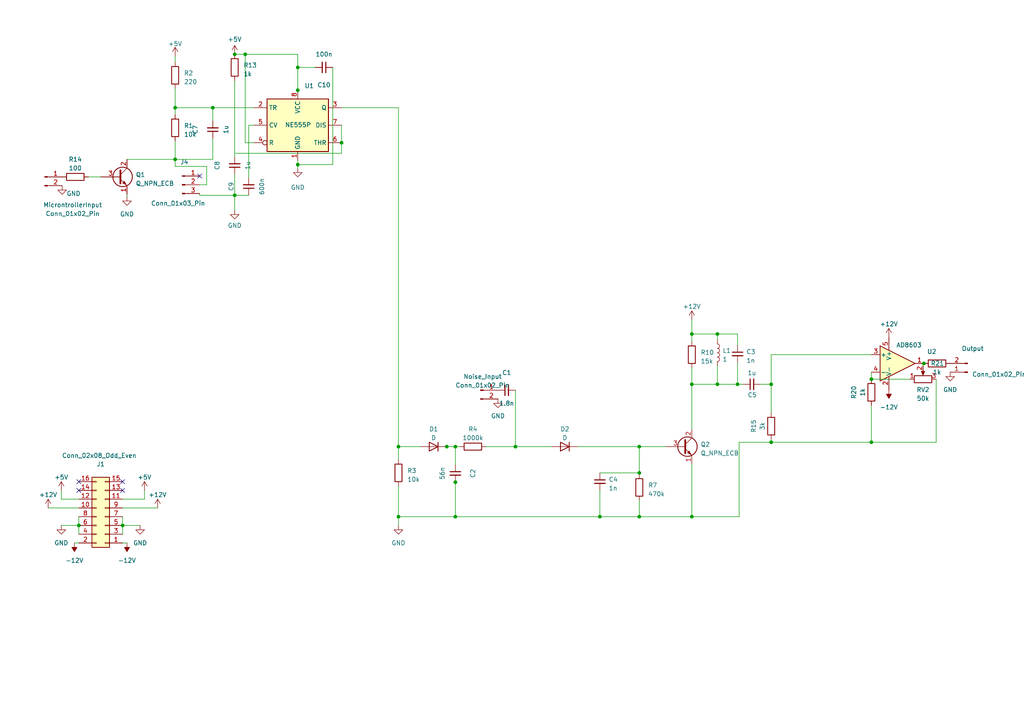
<source format=kicad_sch>
(kicad_sch (version 20230121) (generator eeschema)
  (paper "A4")
  (lib_symbols
    (symbol "Amplifier_Operational:AD8603" (pin_names (offset 0.127))
      (property "Reference" "U" (at 0 5.08 0))
      (property "Value" "AD8603" (at 0 -5.08 0))
      (symbol "AD8603_0_1"
        (polyline (pts (xy -5.08 5.08) (xy 5.08 0) (xy -5.08 -5.08) (xy -5.08 5.08)) (stroke (width 0.254)) (fill (type background)))
        (pin power_in line (at -2.54 -7.62 90) (length 3.81) (name "V-") (number "2"))
        (pin power_in line (at -2.54 7.62 270) (length 3.81) (name "V+") (number "5"))
      )
      (symbol "AD8603_1_1"
        (pin output line (at 7.62 0 180) (length 2.54) (name "~") (number "1"))
        (pin input line (at -7.62 2.54 0) (length 2.54) (name "+") (number "3"))
        (pin input line (at -7.62 -2.54 0) (length 2.54) (name "-") (number "4"))
      )
    )
    (symbol "Connector:Conn_01x02_Pin" (pin_names (offset 1.016) hide)
      (property "Reference" "J" (at 0 2.54 0))
      (property "Value" "Conn_01x02_Pin" (at 0 -5.08 0))
      (symbol "Conn_01x02_Pin_1_1"
        (polyline (pts (xy 1.27 -2.54) (xy 0.8636 -2.54)) (stroke (width 0.1524)))
        (polyline (pts (xy 1.27 0) (xy 0.8636 0)) (stroke (width 0.1524)))
        (rectangle (start 0.8636 -2.413) (end 0 -2.667) (stroke (width 0.1524)) (fill (type outline)))
        (rectangle (start 0.8636 0.127) (end 0 -0.127) (stroke (width 0.1524)) (fill (type outline)))
        (pin passive line (at 5.08 0 180) (length 3.81) (name "Pin_1") (number "1"))
        (pin passive line (at 5.08 -2.54 180) (length 3.81) (name "Pin_2") (number "2"))
      )
    )
    (symbol "Connector:Conn_01x03_Pin" (pin_names (offset 1.016) hide)
      (property "Reference" "J" (at 0 5.08 0))
      (property "Value" "Conn_01x03_Pin" (at 0 -5.08 0))
      (symbol "Conn_01x03_Pin_1_1"
        (polyline (pts (xy 1.27 -2.54) (xy 0.8636 -2.54)) (stroke (width 0.1524)))
        (polyline (pts (xy 1.27 0) (xy 0.8636 0)) (stroke (width 0.1524)))
        (polyline (pts (xy 1.27 2.54) (xy 0.8636 2.54)) (stroke (width 0.1524)))
        (rectangle (start 0.8636 -2.413) (end 0 -2.667) (stroke (width 0.1524)) (fill (type outline)))
        (rectangle (start 0.8636 0.127) (end 0 -0.127) (stroke (width 0.1524)) (fill (type outline)))
        (rectangle (start 0.8636 2.667) (end 0 2.413) (stroke (width 0.1524)) (fill (type outline)))
        (pin passive line (at 5.08 2.54 180) (length 3.81) (name "Pin_1") (number "1"))
        (pin passive line (at 5.08 0 180) (length 3.81) (name "Pin_2") (number "2"))
        (pin passive line (at 5.08 -2.54 180) (length 3.81) (name "Pin_3") (number "3"))
      )
    )
    (symbol "Connector_Generic:Conn_02x08_Odd_Even" (pin_names (offset 1.016) hide)
      (property "Reference" "J" (at 1.27 10.16 0))
      (property "Value" "Conn_02x08_Odd_Even" (at 1.27 -12.7 0))
      (symbol "Conn_02x08_Odd_Even_1_1"
        (rectangle (start -1.27 -10.033) (end 0 -10.287) (stroke (width 0.1524)))
        (rectangle (start -1.27 -7.493) (end 0 -7.747) (stroke (width 0.1524)))
        (rectangle (start -1.27 -4.953) (end 0 -5.207) (stroke (width 0.1524)))
        (rectangle (start -1.27 -2.413) (end 0 -2.667) (stroke (width 0.1524)))
        (rectangle (start -1.27 0.127) (end 0 -0.127) (stroke (width 0.1524)))
        (rectangle (start -1.27 2.667) (end 0 2.413) (stroke (width 0.1524)))
        (rectangle (start -1.27 5.207) (end 0 4.953) (stroke (width 0.1524)))
        (rectangle (start -1.27 7.747) (end 0 7.493) (stroke (width 0.1524)))
        (rectangle (start -1.27 8.89) (end 3.81 -11.43) (stroke (width 0.254)) (fill (type background)))
        (rectangle (start 3.81 -10.033) (end 2.54 -10.287) (stroke (width 0.1524)))
        (rectangle (start 3.81 -7.493) (end 2.54 -7.747) (stroke (width 0.1524)))
        (rectangle (start 3.81 -4.953) (end 2.54 -5.207) (stroke (width 0.1524)))
        (rectangle (start 3.81 -2.413) (end 2.54 -2.667) (stroke (width 0.1524)))
        (rectangle (start 3.81 0.127) (end 2.54 -0.127) (stroke (width 0.1524)))
        (rectangle (start 3.81 2.667) (end 2.54 2.413) (stroke (width 0.1524)))
        (rectangle (start 3.81 5.207) (end 2.54 4.953) (stroke (width 0.1524)))
        (rectangle (start 3.81 7.747) (end 2.54 7.493) (stroke (width 0.1524)))
        (pin passive line (at -5.08 7.62 0) (length 3.81) (name "Pin_1") (number "1"))
        (pin passive line (at 7.62 -2.54 180) (length 3.81) (name "Pin_10") (number "10"))
        (pin passive line (at -5.08 -5.08 0) (length 3.81) (name "Pin_11") (number "11"))
        (pin passive line (at 7.62 -5.08 180) (length 3.81) (name "Pin_12") (number "12"))
        (pin passive line (at -5.08 -7.62 0) (length 3.81) (name "Pin_13") (number "13"))
        (pin passive line (at 7.62 -7.62 180) (length 3.81) (name "Pin_14") (number "14"))
        (pin passive line (at -5.08 -10.16 0) (length 3.81) (name "Pin_15") (number "15"))
        (pin passive line (at 7.62 -10.16 180) (length 3.81) (name "Pin_16") (number "16"))
        (pin passive line (at 7.62 7.62 180) (length 3.81) (name "Pin_2") (number "2"))
        (pin passive line (at -5.08 5.08 0) (length 3.81) (name "Pin_3") (number "3"))
        (pin passive line (at 7.62 5.08 180) (length 3.81) (name "Pin_4") (number "4"))
        (pin passive line (at -5.08 2.54 0) (length 3.81) (name "Pin_5") (number "5"))
        (pin passive line (at 7.62 2.54 180) (length 3.81) (name "Pin_6") (number "6"))
        (pin passive line (at -5.08 0 0) (length 3.81) (name "Pin_7") (number "7"))
        (pin passive line (at 7.62 0 180) (length 3.81) (name "Pin_8") (number "8"))
        (pin passive line (at -5.08 -2.54 0) (length 3.81) (name "Pin_9") (number "9"))
      )
    )
    (symbol "Device:C_Small" (pin_numbers hide) (pin_names (offset 0.254) hide)
      (property "Reference" "C" (at 0.254 1.778 0))
      (property "Value" "C_Small" (at 0.254 -2.032 0))
      (symbol "C_Small_0_1"
        (polyline (pts (xy -1.524 -0.508) (xy 1.524 -0.508)) (stroke (width 0.3302)))
        (polyline (pts (xy -1.524 0.508) (xy 1.524 0.508)) (stroke (width 0.3048)))
      )
      (symbol "C_Small_1_1"
        (pin passive line (at 0 2.54 270) (length 2.032) (name "~") (number "1"))
        (pin passive line (at 0 -2.54 90) (length 2.032) (name "~") (number "2"))
      )
    )
    (symbol "Device:D" (pin_numbers hide) (pin_names (offset 1.016) hide)
      (property "Reference" "D" (at 0 2.54 0))
      (property "Value" "D" (at 0 -2.54 0))
      (symbol "D_0_1"
        (polyline (pts (xy -1.27 1.27) (xy -1.27 -1.27)) (stroke (width 0.254)))
        (polyline (pts (xy 1.27 0) (xy -1.27 0)))
        (polyline (pts (xy 1.27 1.27) (xy 1.27 -1.27) (xy -1.27 0) (xy 1.27 1.27)) (stroke (width 0.254)))
      )
      (symbol "D_1_1"
        (pin passive line (at -3.81 0 0) (length 2.54) (name "K") (number "1"))
        (pin passive line (at 3.81 0 180) (length 2.54) (name "A") (number "2"))
      )
    )
    (symbol "Device:L" (pin_numbers hide) (pin_names (offset 1.016) hide)
      (property "Reference" "L" (at -1.27 0 90))
      (property "Value" "L" (at 1.905 0 90))
      (symbol "L_0_1"
        (arc (start 0 -2.54) (mid 0.6323 -1.905) (end 0 -1.27))
        (arc (start 0 -1.27) (mid 0.6323 -0.635) (end 0 0))
        (arc (start 0 0) (mid 0.6323 0.635) (end 0 1.27))
        (arc (start 0 1.27) (mid 0.6323 1.905) (end 0 2.54))
      )
      (symbol "L_1_1"
        (pin passive line (at 0 3.81 270) (length 1.27) (name "1") (number "1"))
        (pin passive line (at 0 -3.81 90) (length 1.27) (name "2") (number "2"))
      )
    )
    (symbol "Device:Q_NPN_ECB" (pin_names (offset 0) hide)
      (property "Reference" "Q" (at 5.08 1.27 0))
      (property "Value" "Q_NPN_ECB" (at 5.08 -1.27 0))
      (symbol "Q_NPN_ECB_0_1"
        (polyline (pts (xy 0.635 0.635) (xy 2.54 2.54)))
        (polyline (pts (xy 0.635 -0.635) (xy 2.54 -2.54) (xy 2.54 -2.54)))
        (polyline (pts (xy 0.635 1.905) (xy 0.635 -1.905) (xy 0.635 -1.905)) (stroke (width 0.508)))
        (polyline (pts (xy 1.27 -1.778) (xy 1.778 -1.27) (xy 2.286 -2.286) (xy 1.27 -1.778) (xy 1.27 -1.778)) (fill (type outline)))
        (circle (center 1.27 0) (radius 2.8194) (stroke (width 0.254)))
      )
      (symbol "Q_NPN_ECB_1_1"
        (pin passive line (at 2.54 -5.08 90) (length 2.54) (name "E") (number "1"))
        (pin passive line (at 2.54 5.08 270) (length 2.54) (name "C") (number "2"))
        (pin passive line (at -5.08 0 0) (length 5.715) (name "B") (number "3"))
      )
    )
    (symbol "Device:R" (pin_numbers hide) (pin_names (offset 0))
      (property "Reference" "R" (at 2.032 0 90))
      (property "Value" "R" (at 0 0 90))
      (symbol "R_0_1"
        (rectangle (start -1.016 -2.54) (end 1.016 2.54) (stroke (width 0.254)))
      )
      (symbol "R_1_1"
        (pin passive line (at 0 3.81 270) (length 1.27) (name "~") (number "1"))
        (pin passive line (at 0 -3.81 90) (length 1.27) (name "~") (number "2"))
      )
    )
    (symbol "Device:R_Potentiometer" (pin_names (offset 1.016) hide)
      (property "Reference" "RV" (at -4.445 0 90))
      (property "Value" "R_Potentiometer" (at -2.54 0 90))
      (symbol "R_Potentiometer_0_1"
        (polyline (pts (xy 2.54 0) (xy 1.524 0)))
        (polyline (pts (xy 1.143 0) (xy 2.286 0.508) (xy 2.286 -0.508) (xy 1.143 0)) (fill (type outline)))
        (rectangle (start 1.016 2.54) (end -1.016 -2.54) (stroke (width 0.254)))
      )
      (symbol "R_Potentiometer_1_1"
        (pin passive line (at 0 3.81 270) (length 1.27) (name "1") (number "1"))
        (pin passive line (at 3.81 0 180) (length 1.27) (name "2") (number "2"))
        (pin passive line (at 0 -3.81 90) (length 1.27) (name "3") (number "3"))
      )
    )
    (symbol "Timer:NE555P"
      (property "Reference" "U" (at -10.16 8.89 0))
      (property "Value" "NE555P" (at 2.54 8.89 0))
      (symbol "NE555P_0_0"
        (pin power_in line (at 0 -10.16 90) (length 2.54) (name "GND") (number "1"))
        (pin power_in line (at 0 10.16 270) (length 2.54) (name "VCC") (number "8"))
      )
      (symbol "NE555P_0_1"
        (rectangle (start -8.89 -7.62) (end 8.89 7.62) (stroke (width 0.254)) (fill (type background)))
        (rectangle (start -8.89 -7.62) (end 8.89 7.62) (stroke (width 0.254)) (fill (type background)))
      )
      (symbol "NE555P_1_1"
        (pin input line (at -12.7 5.08 0) (length 3.81) (name "TR") (number "2"))
        (pin output line (at 12.7 5.08 180) (length 3.81) (name "Q") (number "3"))
        (pin input inverted (at -12.7 -5.08 0) (length 3.81) (name "R") (number "4"))
        (pin input line (at -12.7 0 0) (length 3.81) (name "CV") (number "5"))
        (pin input line (at 12.7 -5.08 180) (length 3.81) (name "THR") (number "6"))
        (pin input line (at 12.7 0 180) (length 3.81) (name "DIS") (number "7"))
      )
    )
    (symbol "power:+12V" (power) (pin_names (offset 0))
      (property "Value" "+12V" (at 0 3.556 0))
      (symbol "+12V_0_1"
        (polyline (pts (xy -0.762 1.27) (xy 0 2.54)))
        (polyline (pts (xy 0 0) (xy 0 2.54)))
        (polyline (pts (xy 0 2.54) (xy 0.762 1.27)))
      )
      (symbol "+12V_1_1"
        (pin power_in line (at 0 0 90) (length 0) hide (name "+12V") (number "1"))
      )
    )
    (symbol "power:+5V" (power) (pin_names (offset 0))
      (property "Value" "+5V" (at 0 3.556 0))
      (symbol "+5V_0_1"
        (polyline (pts (xy -0.762 1.27) (xy 0 2.54)))
        (polyline (pts (xy 0 0) (xy 0 2.54)))
        (polyline (pts (xy 0 2.54) (xy 0.762 1.27)))
      )
      (symbol "+5V_1_1"
        (pin power_in line (at 0 0 90) (length 0) hide (name "+5V") (number "1"))
      )
    )
    (symbol "power:-12V" (power) (pin_names (offset 0))
      (property "Value" "-12V" (at 0 3.81 0))
      (symbol "-12V_0_0"
        (pin power_in line (at 0 0 90) (length 0) hide (name "-12V") (number "1"))
      )
      (symbol "-12V_0_1"
        (polyline (pts (xy 0 0) (xy 0 1.27) (xy 0.762 1.27) (xy 0 2.54) (xy -0.762 1.27) (xy 0 1.27)) (fill (type outline)))
      )
    )
    (symbol "power:GND" (power) (pin_names (offset 0))
      (property "Value" "GND" (at 0 -3.81 0))
      (symbol "GND_0_1"
        (polyline (pts (xy 0 0) (xy 0 -1.27) (xy 1.27 -1.27) (xy 0 -2.54) (xy -1.27 -1.27) (xy 0 -1.27)))
      )
      (symbol "GND_1_1"
        (pin power_in line (at 0 0 270) (length 0) hide (name "GND") (number "1"))
      )
    )
  )
  (junction (at 115.57 149.86))
  (junction (at 115.57 129.54))
  (junction (at 252.73 128.27))
  (junction (at 50.8 31.242))
  (junction (at 132.08 129.54))
  (junction (at 35.56 152.4))
  (junction (at 200.66 149.86))
  (junction (at 71.12 15.748))
  (junction (at 50.8 46.228))
  (junction (at 68.072 15.748))
  (junction (at 208.0768 96.8756))
  (junction (at 223.6724 128.27))
  (junction (at 61.722 31.242))
  (junction (at 132.08 139.8524))
  (junction (at 22.86 152.4))
  (junction (at 185.42 149.86))
  (junction (at 185.42 137.16))
  (junction (at 213.9188 111.4552))
  (junction (at 200.66 96.8756))
  (junction (at 86.36 19.558))
  (junction (at 129.5908 129.54))
  (junction (at 252.73 109.982))
  (junction (at 99.06 41.402))
  (junction (at 86.36 26.162))
  (junction (at 267.97 105.41))
  (junction (at 86.36 47.752))
  (junction (at 200.66 111.4552))
  (junction (at 173.99 149.86))
  (junction (at 68.072 56.642))
  (junction (at 132.08 149.86))
  (junction (at 185.42 129.54))
  (junction (at 149.5044 129.54))
  (junction (at 223.6724 111.4552))
  (junction (at 208.0768 111.4552))
  (no_connect (at 22.86 139.7))
  (no_connect (at 35.56 139.7))
  (no_connect (at 35.56 142.24))
  (no_connect (at 57.912 51.054))
  (no_connect (at 22.86 142.24))
  (wire (pts (xy 185.42 145.1864) (xy 185.42 149.86)))
  (wire (pts (xy 213.9188 111.4552) (xy 215.5444 111.4552)))
  (wire (pts (xy 50.8 31.242) (xy 50.8 33.274)))
  (wire (pts (xy 36.83 46.228) (xy 50.8 46.228)))
  (wire (pts (xy 200.66 106.68) (xy 200.66 111.4552)))
  (wire (pts (xy 213.9188 100.1268) (xy 213.9188 96.8756)))
  (wire (pts (xy 132.08 139.7) (xy 132.08 139.8524)))
  (wire (pts (xy 115.57 31.242) (xy 115.57 129.54)))
  (wire (pts (xy 22.86 152.4) (xy 22.86 154.94)))
  (wire (pts (xy 185.42 129.54) (xy 193.04 129.54)))
  (wire (pts (xy 86.36 15.748) (xy 71.12 15.748)))
  (wire (pts (xy 99.06 36.322) (xy 99.06 41.402)))
  (wire (pts (xy 68.072 56.642) (xy 68.072 60.96)))
  (wire (pts (xy 149.5044 129.54) (xy 160.02 129.54)))
  (wire (pts (xy 72.136 51.562) (xy 72.136 36.322)))
  (wire (pts (xy 96.52 47.752) (xy 86.36 47.752)))
  (wire (pts (xy 68.072 56.642) (xy 72.136 56.642)))
  (wire (pts (xy 36.83 56.388) (xy 36.83 57.023)))
  (wire (pts (xy 86.36 47.752) (xy 86.36 48.768)))
  (wire (pts (xy 57.912 56.134) (xy 57.912 56.642)))
  (wire (pts (xy 17.78 144.78) (xy 22.86 144.78)))
  (wire (pts (xy 99.06 44.45) (xy 99.06 41.402)))
  (wire (pts (xy 132.08 129.54) (xy 132.08 134.7724)))
  (wire (pts (xy 21.59 157.48) (xy 22.86 157.48)))
  (wire (pts (xy 72.136 36.322) (xy 73.66 36.322)))
  (wire (pts (xy 214.376 128.27) (xy 223.6724 128.27)))
  (wire (pts (xy 13.97 147.32) (xy 22.86 147.32)))
  (wire (pts (xy 50.8 40.894) (xy 50.8 46.228)))
  (wire (pts (xy 132.08 149.86) (xy 173.99 149.86)))
  (wire (pts (xy 129.54 129.54) (xy 129.5908 129.54)))
  (wire (pts (xy 86.36 26.162) (xy 86.36 28.194)))
  (wire (pts (xy 59.944 48.26) (xy 59.944 53.594)))
  (wire (pts (xy 115.57 149.86) (xy 115.57 152.4)))
  (wire (pts (xy 132.08 139.8524) (xy 132.08 149.86)))
  (wire (pts (xy 50.8 16.256) (xy 50.8 18.034)))
  (wire (pts (xy 71.12 15.748) (xy 68.072 15.748)))
  (wire (pts (xy 200.66 92.71) (xy 200.66 96.8756)))
  (wire (pts (xy 213.9188 96.8756) (xy 208.0768 96.8756)))
  (wire (pts (xy 35.56 147.32) (xy 45.72 147.32)))
  (wire (pts (xy 61.722 35.052) (xy 61.722 31.242)))
  (wire (pts (xy 208.0768 106.1212) (xy 208.0768 111.4552)))
  (wire (pts (xy 223.6724 111.4552) (xy 223.6724 119.7864)))
  (wire (pts (xy 213.9188 105.2068) (xy 213.9188 111.4552)))
  (wire (pts (xy 73.66 41.402) (xy 71.12 41.402)))
  (wire (pts (xy 22.86 149.86) (xy 22.86 152.4)))
  (wire (pts (xy 220.6244 111.4552) (xy 223.6724 111.4552)))
  (wire (pts (xy 214.376 128.27) (xy 214.376 149.86)))
  (wire (pts (xy 115.57 129.54) (xy 121.9708 129.54)))
  (wire (pts (xy 59.944 53.594) (xy 57.912 53.594)))
  (wire (pts (xy 185.42 149.86) (xy 200.66 149.86)))
  (wire (pts (xy 185.42 129.54) (xy 185.42 137.16)))
  (wire (pts (xy 200.66 134.62) (xy 200.66 149.86)))
  (wire (pts (xy 61.722 31.242) (xy 73.66 31.242)))
  (wire (pts (xy 200.66 96.8756) (xy 200.66 99.06)))
  (wire (pts (xy 223.6724 111.4552) (xy 223.6724 102.87)))
  (wire (pts (xy 263.906 109.982) (xy 252.73 109.982)))
  (wire (pts (xy 99.06 31.242) (xy 115.57 31.242)))
  (wire (pts (xy 17.78 152.4) (xy 22.86 152.4)))
  (wire (pts (xy 223.6724 128.27) (xy 252.73 128.27)))
  (wire (pts (xy 86.36 46.482) (xy 86.36 47.752)))
  (wire (pts (xy 223.6724 102.87) (xy 252.73 102.87)))
  (wire (pts (xy 86.36 15.748) (xy 86.36 19.558)))
  (wire (pts (xy 129.5908 129.54) (xy 132.08 129.54)))
  (wire (pts (xy 61.722 40.132) (xy 61.722 46.228)))
  (wire (pts (xy 252.73 109.982) (xy 252.73 107.95)))
  (wire (pts (xy 35.56 152.4) (xy 40.64 152.4)))
  (wire (pts (xy 50.8 46.228) (xy 50.8 48.26)))
  (wire (pts (xy 50.8 48.26) (xy 59.944 48.26)))
  (wire (pts (xy 140.97 129.54) (xy 149.5044 129.54)))
  (wire (pts (xy 252.73 128.27) (xy 271.526 128.27)))
  (wire (pts (xy 91.44 19.558) (xy 86.36 19.558)))
  (wire (pts (xy 200.66 111.4552) (xy 208.0768 111.4552)))
  (wire (pts (xy 57.912 56.642) (xy 68.072 56.642)))
  (wire (pts (xy 208.0768 111.4552) (xy 213.9188 111.4552)))
  (wire (pts (xy 208.0768 98.5012) (xy 208.0768 96.8756)))
  (wire (pts (xy 41.91 144.78) (xy 41.91 142.24)))
  (wire (pts (xy 35.56 149.86) (xy 35.56 152.4)))
  (wire (pts (xy 173.99 137.16) (xy 185.42 137.16)))
  (wire (pts (xy 149.5044 113.1824) (xy 149.5044 129.54)))
  (wire (pts (xy 35.56 152.4) (xy 35.56 154.94)))
  (wire (pts (xy 35.56 144.78) (xy 41.91 144.78)))
  (wire (pts (xy 115.57 129.54) (xy 115.57 133.35)))
  (wire (pts (xy 71.12 15.748) (xy 71.12 41.402)))
  (wire (pts (xy 96.52 19.558) (xy 96.52 47.752)))
  (wire (pts (xy 200.66 149.86) (xy 214.376 149.86)))
  (wire (pts (xy 86.36 19.558) (xy 86.36 26.162)))
  (wire (pts (xy 68.326 44.45) (xy 99.06 44.45)))
  (wire (pts (xy 61.722 31.242) (xy 50.8 31.242)))
  (wire (pts (xy 50.8 46.228) (xy 61.722 46.228)))
  (wire (pts (xy 68.072 23.368) (xy 68.072 45.466)))
  (wire (pts (xy 35.56 157.48) (xy 36.83 157.48)))
  (wire (pts (xy 200.66 111.4552) (xy 200.66 124.46)))
  (wire (pts (xy 115.57 140.97) (xy 115.57 149.86)))
  (wire (pts (xy 167.64 129.54) (xy 185.42 129.54)))
  (wire (pts (xy 17.78 142.24) (xy 17.78 144.78)))
  (wire (pts (xy 25.654 51.308) (xy 29.21 51.308)))
  (wire (pts (xy 223.6724 127.4064) (xy 223.6724 128.27)))
  (wire (pts (xy 50.8 25.654) (xy 50.8 31.242)))
  (wire (pts (xy 267.716 106.172) (xy 267.716 105.41)))
  (wire (pts (xy 208.0768 96.8756) (xy 200.66 96.8756)))
  (wire (pts (xy 271.526 109.982) (xy 271.526 128.27)))
  (wire (pts (xy 252.73 117.602) (xy 252.73 128.27)))
  (wire (pts (xy 173.99 149.86) (xy 185.42 149.86)))
  (wire (pts (xy 267.716 105.41) (xy 267.97 105.41)))
  (wire (pts (xy 68.072 50.546) (xy 68.072 56.642)))
  (wire (pts (xy 185.42 137.16) (xy 185.42 137.5664)))
  (wire (pts (xy 173.99 142.24) (xy 173.99 149.86)))
  (wire (pts (xy 132.08 129.54) (xy 133.35 129.54)))
  (wire (pts (xy 115.57 149.86) (xy 132.08 149.86)))
  (symbol (lib_id "Device:R_Potentiometer") (at 267.716 109.982 90) (unit 1)
    (property "Reference" "RV2" (at 267.716 113.03 90))
    (property "Value" "50k" (at 267.716 115.57 90))
  )
  (symbol (lib_id "power:+5V") (at 50.8 16.256 0) (unit 1)
    (property "Reference" "#PWR015" (effects hide))
    (property "Value" "+5V" (at 50.8 12.7 0))
  )
  (symbol (lib_id "Connector_Generic:Conn_02x08_Odd_Even") (at 30.48 149.86 180) (unit 1)
    (property "Reference" "J1" (at 29.21 134.62 0))
    (property "Value" "Conn_02x08_Odd_Even" (at 28.8036 132.1308 0))
    (property "Footprint" "Connector_IDC:IDC-Header_2x08_P2.54mm_Vertical_SMD" (effects hide))
  )
  (symbol (lib_id "power:+5V") (at 68.072 15.748 0) (unit 1)
    (property "Reference" "#PWR013" (effects hide))
    (property "Value" "+5V" (at 68.072 11.43 0))
  )
  (symbol (lib_id "Device:Q_NPN_ECB") (at 34.29 51.308 0) (unit 1)
    (property "Reference" "Q1" (at 39.37 50.673 0) (effects (justify left)))
    (property "Value" "Q_NPN_ECB" (at 39.37 53.213 0) (effects (justify left)))
    (property "Footprint" "Package_TO_SOT_SMD:SOT-23-3" (effects hide))
  )
  (symbol (lib_id "power:GND") (at 40.64 152.4 0) (unit 1)
    (property "Reference" "#PWR04" (effects hide))
    (property "Value" "GND" (at 40.64 157.48 0))
  )
  (symbol (lib_id "Device:C_Small") (at 213.9188 102.6668 0) (unit 1)
    (property "Reference" "C3" (at 216.4588 102.0381 0) (effects (justify left)))
    (property "Value" "1n" (at 216.4588 104.5781 0) (effects (justify left)))
    (property "Footprint" "Capacitor_SMD:C_1206_3216Metric_Pad1.33x1.80mm_HandSolder" (effects hide))
  )
  (symbol (lib_id "power:-12V") (at 21.59 157.48 180) (unit 1)
    (property "Reference" "#PWR01" (effects hide))
    (property "Value" "-12V" (at 21.59 162.56 0))
  )
  (symbol (lib_id "power:GND") (at 18.034 53.848 0) (unit 1)
    (property "Reference" "#PWR020" (effects hide))
    (property "Value" "GND" (at 21.336 56.134 0))
  )
  (symbol (lib_id "Device:R") (at 21.844 51.308 90) (unit 1)
    (property "Reference" "R14" (at 21.844 46.228 90))
    (property "Value" "100" (at 21.844 48.768 90))
    (property "Footprint" "Resistor_SMD:R_1206_3216Metric_Pad1.30x1.75mm_HandSolder" (effects hide))
  )
  (symbol (lib_id "Device:C_Small") (at 146.9644 113.1824 90) (unit 1)
    (property "Reference" "C1" (at 146.9707 108.1024 90))
    (property "Value" "1.8n" (at 146.9644 116.9924 90))
    (property "Footprint" "Capacitor_SMD:C_1206_3216Metric_Pad1.33x1.80mm_HandSolder" (effects hide))
  )
  (symbol (lib_id "Device:C_Small") (at 61.722 37.592 180) (unit 1)
    (property "Reference" "C7" (at 56.642 37.5857 90))
    (property "Value" "1u" (at 65.532 37.592 90))
    (property "Footprint" "Capacitor_SMD:C_1206_3216Metric_Pad1.33x1.80mm_HandSolder" (effects hide))
  )
  (symbol (lib_id "Device:R") (at 223.6724 123.5964 180) (unit 1)
    (property "Reference" "R15" (at 218.5924 123.5964 90))
    (property "Value" "3k" (at 221.1324 123.5964 90))
    (property "Footprint" "Resistor_SMD:R_1206_3216Metric_Pad1.30x1.75mm_HandSolder" (effects hide))
  )
  (symbol (lib_id "power:+12V") (at 13.97 147.32 0) (unit 1)
    (property "Reference" "#PWR06" (effects hide))
    (property "Value" "+12V" (at 13.97 143.51 0))
  )
  (symbol (lib_id "Device:R") (at 68.072 19.558 0) (unit 1)
    (property "Reference" "R13" (at 70.612 18.923 0) (effects (justify left)))
    (property "Value" "1k" (at 70.612 21.463 0) (effects (justify left)))
    (property "Footprint" "Resistor_SMD:R_1206_3216Metric_Pad1.30x1.75mm_HandSolder" (effects hide))
  )
  (symbol (lib_id "power:+12V") (at 45.72 147.32 0) (unit 1)
    (property "Reference" "#PWR07" (effects hide))
    (property "Value" "+12V" (at 45.72 143.51 0))
  )
  (symbol (lib_id "power:GND") (at 275.59 107.95 0) (unit 1)
    (property "Reference" "#PWR017" (effects hide))
    (property "Value" "GND" (at 275.59 113.03 0))
  )
  (symbol (lib_id "Connector:Conn_01x03_Pin") (at 52.832 53.594 0) (unit 1)
    (property "Reference" "J4" (at 53.467 46.99 0))
    (property "Value" "Conn_01x03_Pin" (at 51.6636 58.9788 0))
  )
  (symbol (lib_id "Device:R") (at 200.66 102.87 0) (unit 1)
    (property "Reference" "R10" (at 203.2 102.235 0) (effects (justify left)))
    (property "Value" "15k" (at 203.2 104.775 0) (effects (justify left)))
    (property "Footprint" "Resistor_SMD:R_1206_3216Metric_Pad1.30x1.75mm_HandSolder" (effects hide))
  )
  (symbol (lib_id "power:+5V") (at 17.78 142.24 0) (unit 1)
    (property "Reference" "#PWR09" (effects hide))
    (property "Value" "+5V" (at 17.78 138.43 0))
  )
  (symbol (lib_id "Connector:Conn_01x02_Pin") (at 139.3444 113.1824 0) (unit 1)
    (property "Reference" "Noise_Input" (at 139.9794 109.22 0))
    (property "Value" "Conn_01x02_Pin" (at 139.9794 111.76 0))
  )
  (symbol (lib_id "Connector:Conn_01x02_Pin") (at 12.954 51.308 0) (unit 1)
    (property "Reference" "MicrontrollerInput" (at 21.082 59.436 0))
    (property "Value" "Conn_01x02_Pin" (at 21.082 61.976 0))
  )
  (symbol (lib_id "Amplifier_Operational:AD8603") (at 260.35 105.41 0) (unit 1)
    (property "Reference" "U2" (at 270.256 101.9811 0))
    (property "Value" "AD8603" (at 263.652 100.076 0))
    (property "Footprint" "Package_TO_SOT_SMD:TSOT-23-5" (effects hide))
    (property "Datasheet" "https://www.analog.com/media/en/technical-documentation/data-sheets/AD8603_8607_8609.pdf" (effects hide))
  )
  (symbol (lib_id "power:GND") (at 68.072 60.96 0) (unit 1)
    (property "Reference" "#PWR014" (effects hide))
    (property "Value" "GND" (at 68.072 65.405 0))
  )
  (symbol (lib_id "Device:C_Small") (at 173.99 139.7 0) (unit 1)
    (property "Reference" "C4" (at 176.53 139.0713 0) (effects (justify left)))
    (property "Value" "1n" (at 176.53 141.6113 0) (effects (justify left)))
    (property "Footprint" "Capacitor_SMD:C_1206_3216Metric_Pad1.33x1.80mm_HandSolder" (effects hide))
  )
  (symbol (lib_id "Device:C_Small") (at 218.0844 111.4552 90) (unit 1)
    (property "Reference" "C5" (at 218.186 114.554 90))
    (property "Value" "1u" (at 218.0907 108.1532 90))
    (property "Footprint" "Capacitor_SMD:C_1206_3216Metric_Pad1.33x1.80mm_HandSolder" (effects hide))
  )
  (symbol (lib_id "power:GND") (at 115.57 152.4 0) (unit 1)
    (property "Reference" "#PWR012" (effects hide))
    (property "Value" "GND" (at 115.57 157.48 0))
  )
  (symbol (lib_id "Connector:Conn_01x02_Pin") (at 280.67 107.95 180) (unit 1)
    (property "Reference" "Output" (at 278.892 101.092 0) (effects (justify right)))
    (property "Value" "Conn_01x02_Pin" (at 281.94 108.585 0) (effects (justify right)))
  )
  (symbol (lib_id "Device:C_Small") (at 72.136 54.102 180) (unit 1)
    (property "Reference" "C9" (at 67.056 54.0957 90))
    (property "Value" "600n" (at 75.946 54.102 90))
    (property "Footprint" "Capacitor_SMD:C_1206_3216Metric_Pad1.33x1.80mm_HandSolder" (effects hide))
  )
  (symbol (lib_id "power:+5V") (at 41.91 142.24 0) (unit 1)
    (property "Reference" "#PWR08" (effects hide))
    (property "Value" "+5V" (at 41.91 138.43 0))
  )
  (symbol (lib_id "Timer:NE555P") (at 86.36 36.322 0) (unit 1)
    (property "Reference" "U1" (at 88.3159 24.892 0) (effects (justify left)))
    (property "Value" "NE555P" (at 82.6516 36.2204 0) (effects (justify left)))
    (property "Footprint" "Package_DIP:DIP-8_W7.62mm" (effects hide))
    (property "Datasheet" "http://www.ti.com/lit/ds/symlink/ne555.pdf" (effects hide))
  )
  (symbol (lib_id "Device:L") (at 208.0768 102.3112 0) (unit 1)
    (property "Reference" "L1" (at 209.55 101.6762 0) (effects (justify left)))
    (property "Value" "1" (at 209.55 104.2162 0) (effects (justify left)))
  )
  (symbol (lib_id "power:GND") (at 36.83 57.023 0) (unit 1)
    (property "Reference" "#PWR018" (effects hide))
    (property "Value" "GND" (at 36.83 62.103 0))
  )
  (symbol (lib_id "Device:R") (at 185.42 141.3764 0) (unit 1)
    (property "Reference" "R7" (at 187.96 140.7414 0) (effects (justify left)))
    (property "Value" "470k" (at 187.96 143.2814 0) (effects (justify left)))
    (property "Footprint" "Resistor_SMD:R_1206_3216Metric_Pad1.30x1.75mm_HandSolder" (effects hide))
  )
  (symbol (lib_id "power:-12V") (at 36.83 157.48 180) (unit 1)
    (property "Reference" "#PWR03" (effects hide))
    (property "Value" "-12V" (at 36.83 162.56 0))
  )
  (symbol (lib_id "power:+12V") (at 200.66 92.71 0) (unit 1)
    (property "Reference" "#PWR010" (effects hide))
    (property "Value" "+12V" (at 200.66 88.9 0))
  )
  (symbol (lib_id "Device:R") (at 50.8 37.084 0) (unit 1)
    (property "Reference" "R1" (at 53.34 36.449 0) (effects (justify left)))
    (property "Value" "10k" (at 53.34 38.989 0) (effects (justify left)))
    (property "Footprint" "Resistor_SMD:R_1206_3216Metric_Pad1.30x1.75mm_HandSolder" (effects hide))
  )
  (symbol (lib_id "Device:R") (at 115.57 137.16 0) (unit 1)
    (property "Reference" "R3" (at 118.11 136.525 0) (effects (justify left)))
    (property "Value" "10k" (at 118.11 139.065 0) (effects (justify left)))
    (property "Footprint" "Resistor_SMD:R_1206_3216Metric_Pad1.30x1.75mm_HandSolder" (effects hide))
  )
  (symbol (lib_id "Device:R") (at 50.8 21.844 0) (unit 1)
    (property "Reference" "R2" (at 53.34 21.209 0) (effects (justify left)))
    (property "Value" "220" (at 53.34 23.749 0) (effects (justify left)))
    (property "Footprint" "Resistor_SMD:R_1206_3216Metric_Pad1.30x1.75mm_HandSolder" (effects hide))
  )
  (symbol (lib_id "Device:R") (at 137.16 129.54 90) (unit 1)
    (property "Reference" "R4" (at 137.16 124.46 90))
    (property "Value" "1000k" (at 137.16 127 90))
    (property "Footprint" "Resistor_SMD:R_1206_3216Metric_Pad1.30x1.75mm_HandSolder" (effects hide))
  )
  (symbol (lib_id "Device:R") (at 271.78 105.41 270) (unit 1)
    (property "Reference" "R21" (at 271.907 105.41 90))
    (property "Value" "1k" (at 271.78 107.95 90))
    (property "Footprint" "Resistor_SMD:R_1206_3216Metric_Pad1.30x1.75mm_HandSolder" (effects hide))
  )
  (symbol (lib_id "Device:C_Small") (at 132.08 137.3124 0) (unit 1)
    (property "Reference" "C2" (at 137.16 137.3187 90))
    (property "Value" "56n" (at 128.27 137.3124 90))
    (property "Footprint" "Capacitor_SMD:C_1206_3216Metric_Pad1.33x1.80mm_HandSolder" (effects hide))
  )
  (symbol (lib_id "Device:Q_NPN_ECB") (at 198.12 129.54 0) (unit 1)
    (property "Reference" "Q2" (at 203.2 128.905 0) (effects (justify left)))
    (property "Value" "Q_NPN_ECB" (at 203.2 131.445 0) (effects (justify left)))
    (property "Footprint" "Package_TO_SOT_SMD:SOT-23-3" (effects hide))
  )
  (symbol (lib_id "Device:D") (at 163.83 129.54 180) (unit 1)
    (property "Reference" "D2" (at 163.83 124.46 0))
    (property "Value" "D" (at 163.83 127 0))
    (property "Footprint" "Diode_SMD:D_1206_3216Metric_Pad1.42x1.75mm_HandSolder" (effects hide))
    (property "Sim.Device" "D" (effects hide))
    (property "Sim.Pins" "1=K 2=A" (effects hide))
  )
  (symbol (lib_id "Device:D") (at 125.7808 129.54 180) (unit 1)
    (property "Reference" "D1" (at 125.7808 124.46 0))
    (property "Value" "D" (at 125.7808 127 0))
    (property "Footprint" "Diode_SMD:D_1206_3216Metric_Pad1.42x1.75mm_HandSolder" (effects hide))
    (property "Sim.Device" "D" (effects hide))
    (property "Sim.Pins" "1=K 2=A" (effects hide))
  )
  (symbol (lib_id "Device:R") (at 252.73 113.792 180) (unit 1)
    (property "Reference" "R20" (at 247.65 113.792 90))
    (property "Value" "1k" (at 250.19 113.792 90))
    (property "Footprint" "Resistor_SMD:R_1206_3216Metric_Pad1.30x1.75mm_HandSolder" (effects hide))
  )
  (symbol (lib_id "power:GND") (at 17.78 152.4 0) (unit 1)
    (property "Reference" "#PWR05" (effects hide))
    (property "Value" "GND" (at 17.78 157.48 0))
  )
  (symbol (lib_id "Device:C_Small") (at 68.072 48.006 180) (unit 1)
    (property "Reference" "C8" (at 62.992 47.9997 90))
    (property "Value" "1u" (at 71.882 48.006 90))
    (property "Footprint" "Capacitor_SMD:C_1206_3216Metric_Pad1.33x1.80mm_HandSolder" (effects hide))
  )
  (symbol (lib_id "power:GND") (at 86.36 48.768 0) (unit 1)
    (property "Reference" "#PWR016" (effects hide))
    (property "Value" "GND" (at 86.36 54.356 0))
  )
  (symbol (lib_id "Device:C_Small") (at 93.98 19.558 270) (unit 1)
    (property "Reference" "C10" (at 93.9737 24.638 90))
    (property "Value" "100n" (at 93.98 15.748 90))
    (property "Footprint" "Capacitor_SMD:C_1206_3216Metric_Pad1.33x1.80mm_HandSolder" (effects hide))
  )
  (symbol (lib_id "power:-12V") (at 257.81 113.03 180) (unit 1)
    (property "Reference" "#PWR011" (effects hide))
    (property "Value" "-12V" (at 257.81 118.11 0))
  )
  (symbol (lib_id "power:GND") (at 144.4244 115.7224 0) (unit 1)
    (property "Reference" "#PWR019" (effects hide))
    (property "Value" "GND" (at 144.4244 120.65 0))
  )
  (symbol (lib_id "power:+12V") (at 257.81 97.79 0) (unit 1)
    (property "Reference" "#PWR02" (effects hide))
    (property "Value" "+12V" (at 257.81 93.98 0))
  )
)
</source>
